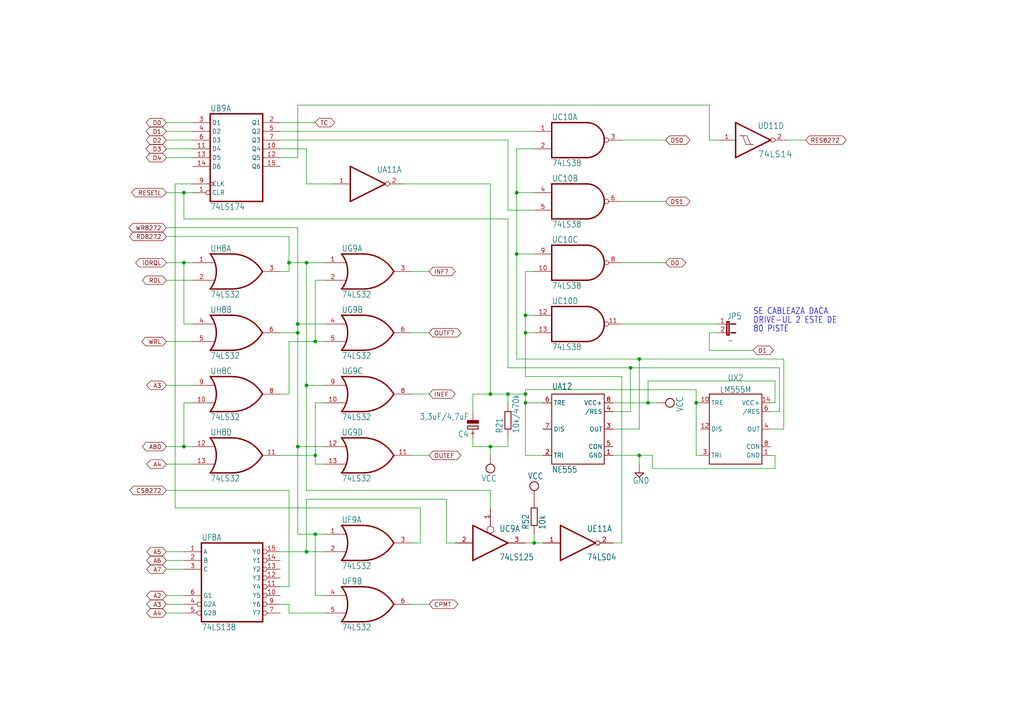
<source format=kicad_sch>
(kicad_sch (version 20230121) (generator eeschema)
  (paper "A4")
  (lib_symbols
    (symbol "HC2000:7403N"
      (property "Reference" "IC" (at -0.635 -0.635 0))
      (symbol "7403N_1_0"
        (polyline (pts (xy -7.62 -5.08) (xy 2.54 -5.08)) (stroke (width 0.4064)))
        (polyline (pts (xy -7.62 5.08) (xy -7.62 -5.08)) (stroke (width 0.4064)))
        (polyline (pts (xy 2.54 5.08) (xy -7.62 5.08)) (stroke (width 0.4064)))
        (arc (start 2.54 -5.08) (mid 7.6199 0) (end 2.54 5.08) (stroke (width 0.4064)))
        (pin input line (at -12.7 2.54 0) (length 5.08) (name "I0") (number "1"))
        (pin input line (at -12.7 -2.54 0) (length 5.08) (name "I1") (number "2"))
        (pin open_collector inverted (at 12.7 0 180) (length 5.08) (name "O") (number "3"))
      )
      (symbol "7403N_2_0"
        (polyline (pts (xy -7.62 -5.08) (xy 2.54 -5.08)) (stroke (width 0.4064)))
        (polyline (pts (xy -7.62 5.08) (xy -7.62 -5.08)) (stroke (width 0.4064)))
        (polyline (pts (xy 2.54 5.08) (xy -7.62 5.08)) (stroke (width 0.4064)))
        (arc (start 2.54 -5.08) (mid 7.6199 0) (end 2.54 5.08) (stroke (width 0.4064)))
        (pin input line (at -12.7 2.54 0) (length 5.08) (name "I0") (number "4"))
        (pin input line (at -12.7 -2.54 0) (length 5.08) (name "I1") (number "5"))
        (pin open_collector inverted (at 12.7 0 180) (length 5.08) (name "O") (number "6"))
      )
      (symbol "7403N_3_0"
        (polyline (pts (xy -7.62 -5.08) (xy 2.54 -5.08)) (stroke (width 0.4064)))
        (polyline (pts (xy -7.62 5.08) (xy -7.62 -5.08)) (stroke (width 0.4064)))
        (polyline (pts (xy 2.54 5.08) (xy -7.62 5.08)) (stroke (width 0.4064)))
        (arc (start 2.54 -5.08) (mid 7.6199 0) (end 2.54 5.08) (stroke (width 0.4064)))
        (pin input line (at -12.7 -2.54 0) (length 5.08) (name "I1") (number "10"))
        (pin open_collector inverted (at 12.7 0 180) (length 5.08) (name "O") (number "8"))
        (pin input line (at -12.7 2.54 0) (length 5.08) (name "I0") (number "9"))
      )
      (symbol "7403N_4_0"
        (polyline (pts (xy -7.62 -5.08) (xy 2.54 -5.08)) (stroke (width 0.4064)))
        (polyline (pts (xy -7.62 5.08) (xy -7.62 -5.08)) (stroke (width 0.4064)))
        (polyline (pts (xy 2.54 5.08) (xy -7.62 5.08)) (stroke (width 0.4064)))
        (arc (start 2.54 -5.08) (mid 7.6199 0) (end 2.54 5.08) (stroke (width 0.4064)))
        (pin open_collector inverted (at 12.7 0 180) (length 5.08) (name "O") (number "11"))
        (pin input line (at -12.7 2.54 0) (length 5.08) (name "I0") (number "12"))
        (pin input line (at -12.7 -2.54 0) (length 5.08) (name "I1") (number "13"))
      )
      (symbol "7403N_5_0"
        (text "GND" (at 1.905 -7.62 900) (effects (font (size 1.27 1.0795)) (justify left bottom)))
        (text "VCC" (at 1.905 5.08 900) (effects (font (size 1.27 1.0795)) (justify left bottom)))
        (pin power_in line (at 0 10.16 270) (length 7.62) (name "VCC") (number "14"))
        (pin power_in line (at 0 -10.16 90) (length 7.62) (name "GND") (number "7"))
      )
    )
    (symbol "HC2000:7404N"
      (property "Reference" "IC" (at -0.635 -0.635 0))
      (symbol "7404N_1_0"
        (polyline (pts (xy -5.08 -5.08) (xy -5.08 5.08)) (stroke (width 0.4064)))
        (polyline (pts (xy -5.08 5.08) (xy 5.08 0)) (stroke (width 0.4064)))
        (polyline (pts (xy 5.08 0) (xy -5.08 -5.08)) (stroke (width 0.4064)))
        (pin input line (at -10.16 0 0) (length 5.08) (name "I") (number "1"))
        (pin output inverted (at 10.16 0 180) (length 5.08) (name "O") (number "2"))
      )
      (symbol "7404N_2_0"
        (polyline (pts (xy -5.08 -5.08) (xy -5.08 5.08)) (stroke (width 0.4064)))
        (polyline (pts (xy -5.08 5.08) (xy 5.08 0)) (stroke (width 0.4064)))
        (polyline (pts (xy 5.08 0) (xy -5.08 -5.08)) (stroke (width 0.4064)))
        (pin input line (at -10.16 0 0) (length 5.08) (name "I") (number "3"))
        (pin output inverted (at 10.16 0 180) (length 5.08) (name "O") (number "4"))
      )
      (symbol "7404N_3_0"
        (polyline (pts (xy -5.08 -5.08) (xy -5.08 5.08)) (stroke (width 0.4064)))
        (polyline (pts (xy -5.08 5.08) (xy 5.08 0)) (stroke (width 0.4064)))
        (polyline (pts (xy 5.08 0) (xy -5.08 -5.08)) (stroke (width 0.4064)))
        (pin input line (at -10.16 0 0) (length 5.08) (name "I") (number "5"))
        (pin output inverted (at 10.16 0 180) (length 5.08) (name "O") (number "6"))
      )
      (symbol "7404N_4_0"
        (polyline (pts (xy -5.08 -5.08) (xy -5.08 5.08)) (stroke (width 0.4064)))
        (polyline (pts (xy -5.08 5.08) (xy 5.08 0)) (stroke (width 0.4064)))
        (polyline (pts (xy 5.08 0) (xy -5.08 -5.08)) (stroke (width 0.4064)))
        (pin output inverted (at 10.16 0 180) (length 5.08) (name "O") (number "8"))
        (pin input line (at -10.16 0 0) (length 5.08) (name "I") (number "9"))
      )
      (symbol "7404N_5_0"
        (polyline (pts (xy -5.08 -5.08) (xy -5.08 5.08)) (stroke (width 0.4064)))
        (polyline (pts (xy -5.08 5.08) (xy 5.08 0)) (stroke (width 0.4064)))
        (polyline (pts (xy 5.08 0) (xy -5.08 -5.08)) (stroke (width 0.4064)))
        (pin output inverted (at 10.16 0 180) (length 5.08) (name "O") (number "10"))
        (pin input line (at -10.16 0 0) (length 5.08) (name "I") (number "11"))
      )
      (symbol "7404N_6_0"
        (polyline (pts (xy -5.08 -5.08) (xy -5.08 5.08)) (stroke (width 0.4064)))
        (polyline (pts (xy -5.08 5.08) (xy 5.08 0)) (stroke (width 0.4064)))
        (polyline (pts (xy 5.08 0) (xy -5.08 -5.08)) (stroke (width 0.4064)))
        (pin output inverted (at 10.16 0 180) (length 5.08) (name "O") (number "12"))
        (pin input line (at -10.16 0 0) (length 5.08) (name "I") (number "13"))
      )
      (symbol "7404N_7_0"
        (text "GND" (at 1.905 -7.62 900) (effects (font (size 1.27 1.0795)) (justify left bottom)))
        (text "VCC" (at 1.905 5.08 900) (effects (font (size 1.27 1.0795)) (justify left bottom)))
        (pin power_in line (at 0 10.16 270) (length 7.62) (name "VCC") (number "14"))
        (pin power_in line (at 0 -10.16 90) (length 7.62) (name "GND") (number "7"))
      )
    )
    (symbol "HC2000:7406N"
      (property "Reference" "IC" (at -0.635 -0.635 0))
      (symbol "7406N_1_0"
        (polyline (pts (xy -5.08 -5.08) (xy -5.08 5.08)) (stroke (width 0.4064)))
        (polyline (pts (xy -5.08 5.08) (xy 5.08 0)) (stroke (width 0.4064)))
        (polyline (pts (xy 5.08 0) (xy -5.08 -5.08)) (stroke (width 0.4064)))
        (pin input line (at -10.16 0 0) (length 5.08) (name "I") (number "1"))
        (pin open_collector inverted (at 10.16 0 180) (length 5.08) (name "O") (number "2"))
      )
      (symbol "7406N_2_0"
        (polyline (pts (xy -5.08 -5.08) (xy -5.08 5.08)) (stroke (width 0.4064)))
        (polyline (pts (xy -5.08 5.08) (xy 5.08 0)) (stroke (width 0.4064)))
        (polyline (pts (xy 5.08 0) (xy -5.08 -5.08)) (stroke (width 0.4064)))
        (pin input line (at -10.16 0 0) (length 5.08) (name "I") (number "3"))
        (pin open_collector inverted (at 10.16 0 180) (length 5.08) (name "O") (number "4"))
      )
      (symbol "7406N_3_0"
        (polyline (pts (xy -5.08 -5.08) (xy -5.08 5.08)) (stroke (width 0.4064)))
        (polyline (pts (xy -5.08 5.08) (xy 5.08 0)) (stroke (width 0.4064)))
        (polyline (pts (xy 5.08 0) (xy -5.08 -5.08)) (stroke (width 0.4064)))
        (pin input line (at -10.16 0 0) (length 5.08) (name "I") (number "5"))
        (pin open_collector inverted (at 10.16 0 180) (length 5.08) (name "O") (number "6"))
      )
      (symbol "7406N_4_0"
        (polyline (pts (xy -5.08 -5.08) (xy -5.08 5.08)) (stroke (width 0.4064)))
        (polyline (pts (xy -5.08 5.08) (xy 5.08 0)) (stroke (width 0.4064)))
        (polyline (pts (xy 5.08 0) (xy -5.08 -5.08)) (stroke (width 0.4064)))
        (pin open_collector inverted (at 10.16 0 180) (length 5.08) (name "O") (number "8"))
        (pin input line (at -10.16 0 0) (length 5.08) (name "I") (number "9"))
      )
      (symbol "7406N_5_0"
        (polyline (pts (xy -5.08 -5.08) (xy -5.08 5.08)) (stroke (width 0.4064)))
        (polyline (pts (xy -5.08 5.08) (xy 5.08 0)) (stroke (width 0.4064)))
        (polyline (pts (xy 5.08 0) (xy -5.08 -5.08)) (stroke (width 0.4064)))
        (pin open_collector inverted (at 10.16 0 180) (length 5.08) (name "O") (number "10"))
        (pin input line (at -10.16 0 0) (length 5.08) (name "I") (number "11"))
      )
      (symbol "7406N_6_0"
        (polyline (pts (xy -5.08 -5.08) (xy -5.08 5.08)) (stroke (width 0.4064)))
        (polyline (pts (xy -5.08 5.08) (xy 5.08 0)) (stroke (width 0.4064)))
        (polyline (pts (xy 5.08 0) (xy -5.08 -5.08)) (stroke (width 0.4064)))
        (pin open_collector inverted (at 10.16 0 180) (length 5.08) (name "O") (number "12"))
        (pin input line (at -10.16 0 0) (length 5.08) (name "I") (number "13"))
      )
      (symbol "7406N_7_0"
        (text "GND" (at 1.905 -7.62 900) (effects (font (size 1.27 1.0795)) (justify left bottom)))
        (text "VCC" (at 1.905 5.08 900) (effects (font (size 1.27 1.0795)) (justify left bottom)))
        (pin power_in line (at 0 10.16 270) (length 7.62) (name "VCC") (number "14"))
        (pin power_in line (at 0 -10.16 90) (length 7.62) (name "GND") (number "7"))
      )
    )
    (symbol "HC2000:74125N"
      (property "Reference" "IC" (at -0.635 -0.635 0))
      (symbol "74125N_1_0"
        (polyline (pts (xy -5.08 -5.08) (xy -5.08 5.08)) (stroke (width 0.4064)))
        (polyline (pts (xy 0 4.826) (xy 0 5.588)) (stroke (width 0.1524)))
        (polyline (pts (xy 5.08 0) (xy -5.08 -5.08)) (stroke (width 0.4064)))
        (polyline (pts (xy 5.08 0) (xy -5.08 5.08)) (stroke (width 0.4064)))
        (circle (center 0 3.81) (radius 1.016) (stroke (width 0.1524)))
        (pin input line (at 0 10.16 270) (length 5.08) (name "OE") (number "1"))
        (pin input line (at -10.16 0 0) (length 5.08) (name "I") (number "2"))
        (pin tri_state line (at 10.16 0 180) (length 5.08) (name "O") (number "3"))
      )
      (symbol "74125N_2_0"
        (polyline (pts (xy -5.08 -5.08) (xy -5.08 5.08)) (stroke (width 0.4064)))
        (polyline (pts (xy 0 4.826) (xy 0 5.588)) (stroke (width 0.1524)))
        (polyline (pts (xy 5.08 0) (xy -5.08 -5.08)) (stroke (width 0.4064)))
        (polyline (pts (xy 5.08 0) (xy -5.08 5.08)) (stroke (width 0.4064)))
        (circle (center 0 3.81) (radius 1.016) (stroke (width 0.1524)))
        (pin input line (at 0 10.16 270) (length 5.08) (name "OE") (number "4"))
        (pin input line (at -10.16 0 0) (length 5.08) (name "I") (number "5"))
        (pin tri_state line (at 10.16 0 180) (length 5.08) (name "O") (number "6"))
      )
      (symbol "74125N_3_0"
        (polyline (pts (xy -5.08 -5.08) (xy -5.08 5.08)) (stroke (width 0.4064)))
        (polyline (pts (xy 0 4.826) (xy 0 5.588)) (stroke (width 0.1524)))
        (polyline (pts (xy 5.08 0) (xy -5.08 -5.08)) (stroke (width 0.4064)))
        (polyline (pts (xy 5.08 0) (xy -5.08 5.08)) (stroke (width 0.4064)))
        (circle (center 0 3.81) (radius 1.016) (stroke (width 0.1524)))
        (pin input line (at 0 10.16 270) (length 5.08) (name "OE") (number "10"))
        (pin tri_state line (at 10.16 0 180) (length 5.08) (name "O") (number "8"))
        (pin input line (at -10.16 0 0) (length 5.08) (name "I") (number "9"))
      )
      (symbol "74125N_4_0"
        (polyline (pts (xy -5.08 -5.08) (xy -5.08 5.08)) (stroke (width 0.4064)))
        (polyline (pts (xy 0 4.826) (xy 0 5.588)) (stroke (width 0.1524)))
        (polyline (pts (xy 5.08 0) (xy -5.08 -5.08)) (stroke (width 0.4064)))
        (polyline (pts (xy 5.08 0) (xy -5.08 5.08)) (stroke (width 0.4064)))
        (circle (center 0 3.81) (radius 1.016) (stroke (width 0.1524)))
        (pin tri_state line (at 10.16 0 180) (length 5.08) (name "O") (number "11"))
        (pin input line (at -10.16 0 0) (length 5.08) (name "I") (number "12"))
        (pin input line (at 0 10.16 270) (length 5.08) (name "OE") (number "13"))
      )
      (symbol "74125N_5_0"
        (text "GND" (at 1.905 -7.62 900) (effects (font (size 1.27 1.0795)) (justify left bottom)))
        (text "VCC" (at 1.905 5.08 900) (effects (font (size 1.27 1.0795)) (justify left bottom)))
        (pin power_in line (at 0 10.16 270) (length 7.62) (name "VCC") (number "14"))
        (pin power_in line (at 0 -10.16 90) (length 7.62) (name "GND") (number "7"))
      )
    )
    (symbol "HC2000:74138N"
      (property "Reference" "IC" (at -0.635 -0.635 0))
      (symbol "74138N_1_0"
        (polyline (pts (xy -10.16 -12.7) (xy 7.62 -12.7)) (stroke (width 0.4064)))
        (polyline (pts (xy -10.16 10.16) (xy -10.16 -12.7)) (stroke (width 0.4064)))
        (polyline (pts (xy 7.62 -12.7) (xy 7.62 10.16)) (stroke (width 0.4064)))
        (polyline (pts (xy 7.62 10.16) (xy -10.16 10.16)) (stroke (width 0.4064)))
        (pin input line (at -15.24 7.62 0) (length 5.08) (name "A") (number "1"))
        (pin output inverted (at 12.7 -5.08 180) (length 5.08) (name "Y5") (number "10"))
        (pin output inverted (at 12.7 -2.54 180) (length 5.08) (name "Y4") (number "11"))
        (pin output inverted (at 12.7 0 180) (length 5.08) (name "Y3") (number "12"))
        (pin output inverted (at 12.7 2.54 180) (length 5.08) (name "Y2") (number "13"))
        (pin output inverted (at 12.7 5.08 180) (length 5.08) (name "Y1") (number "14"))
        (pin output inverted (at 12.7 7.62 180) (length 5.08) (name "Y0") (number "15"))
        (pin input line (at -15.24 5.08 0) (length 5.08) (name "B") (number "2"))
        (pin input line (at -15.24 2.54 0) (length 5.08) (name "C") (number "3"))
        (pin input inverted (at -15.24 -7.62 0) (length 5.08) (name "G2A") (number "4"))
        (pin input inverted (at -15.24 -10.16 0) (length 5.08) (name "G2B") (number "5"))
        (pin input line (at -15.24 -5.08 0) (length 5.08) (name "G1") (number "6"))
        (pin output inverted (at 12.7 -10.16 180) (length 5.08) (name "Y7") (number "7"))
        (pin output inverted (at 12.7 -7.62 180) (length 5.08) (name "Y6") (number "9"))
      )
      (symbol "74138N_2_0"
        (text "GND" (at 1.905 -7.62 900) (effects (font (size 1.27 1.0795)) (justify left bottom)))
        (text "VCC" (at 1.905 5.08 900) (effects (font (size 1.27 1.0795)) (justify left bottom)))
        (pin power_in line (at 0 10.16 270) (length 7.62) (name "VCC") (number "16"))
        (pin power_in line (at 0 -10.16 90) (length 7.62) (name "GND") (number "8"))
      )
    )
    (symbol "HC2000:7414N"
      (property "Reference" "IC" (at -0.635 -0.635 0))
      (symbol "7414N_1_0"
        (polyline (pts (xy -5.08 -5.08) (xy -5.08 5.08)) (stroke (width 0.4064)))
        (polyline (pts (xy -5.08 5.08) (xy 5.08 0)) (stroke (width 0.4064)))
        (polyline (pts (xy -3.937 1.27) (xy -3.048 1.27)) (stroke (width 0.1524)))
        (polyline (pts (xy -3.048 1.27) (xy -1.778 1.27)) (stroke (width 0.1524)))
        (polyline (pts (xy -2.032 -1.27) (xy -3.048 1.27)) (stroke (width 0.1524)))
        (polyline (pts (xy -2.032 -1.27) (xy -0.762 -1.27)) (stroke (width 0.1524)))
        (polyline (pts (xy -0.762 -1.27) (xy -1.778 1.27)) (stroke (width 0.1524)))
        (polyline (pts (xy -0.762 -1.27) (xy 0.127 -1.27)) (stroke (width 0.1524)))
        (polyline (pts (xy 5.08 0) (xy -5.08 -5.08)) (stroke (width 0.4064)))
        (pin output inverted (at 10.16 0 180) (length 5.08) (name "O") (number "12"))
        (pin input line (at -10.16 0 0) (length 5.08) (name "I") (number "13"))
      )
      (symbol "7414N_2_0"
        (polyline (pts (xy -5.08 -5.08) (xy -5.08 5.08)) (stroke (width 0.4064)))
        (polyline (pts (xy -5.08 5.08) (xy 5.08 0)) (stroke (width 0.4064)))
        (polyline (pts (xy -3.937 1.27) (xy -3.048 1.27)) (stroke (width 0.1524)))
        (polyline (pts (xy -3.048 1.27) (xy -1.778 1.27)) (stroke (width 0.1524)))
        (polyline (pts (xy -2.032 -1.27) (xy -3.048 1.27)) (stroke (width 0.1524)))
        (polyline (pts (xy -2.032 -1.27) (xy -0.762 -1.27)) (stroke (width 0.1524)))
        (polyline (pts (xy -0.762 -1.27) (xy -1.778 1.27)) (stroke (width 0.1524)))
        (polyline (pts (xy -0.762 -1.27) (xy 0.127 -1.27)) (stroke (width 0.1524)))
        (polyline (pts (xy 5.08 0) (xy -5.08 -5.08)) (stroke (width 0.4064)))
        (pin output inverted (at 10.16 0 180) (length 5.08) (name "O") (number "10"))
        (pin input line (at -10.16 0 0) (length 5.08) (name "I") (number "11"))
      )
      (symbol "7414N_3_0"
        (polyline (pts (xy -5.08 -5.08) (xy -5.08 5.08)) (stroke (width 0.4064)))
        (polyline (pts (xy -5.08 5.08) (xy 5.08 0)) (stroke (width 0.4064)))
        (polyline (pts (xy -3.937 1.27) (xy -3.048 1.27)) (stroke (width 0.1524)))
        (polyline (pts (xy -3.048 1.27) (xy -1.778 1.27)) (stroke (width 0.1524)))
        (polyline (pts (xy -2.032 -1.27) (xy -3.048 1.27)) (stroke (width 0.1524)))
        (polyline (pts (xy -2.032 -1.27) (xy -0.762 -1.27)) (stroke (width 0.1524)))
        (polyline (pts (xy -0.762 -1.27) (xy -1.778 1.27)) (stroke (width 0.1524)))
        (polyline (pts (xy -0.762 -1.27) (xy 0.127 -1.27)) (stroke (width 0.1524)))
        (polyline (pts (xy 5.08 0) (xy -5.08 -5.08)) (stroke (width 0.4064)))
        (pin output inverted (at 10.16 0 180) (length 5.08) (name "O") (number "8"))
        (pin input line (at -10.16 0 0) (length 5.08) (name "I") (number "9"))
      )
      (symbol "7414N_4_0"
        (polyline (pts (xy -5.08 -5.08) (xy -5.08 5.08)) (stroke (width 0.4064)))
        (polyline (pts (xy -5.08 5.08) (xy 5.08 0)) (stroke (width 0.4064)))
        (polyline (pts (xy -3.937 1.27) (xy -3.048 1.27)) (stroke (width 0.1524)))
        (polyline (pts (xy -3.048 1.27) (xy -1.778 1.27)) (stroke (width 0.1524)))
        (polyline (pts (xy -2.032 -1.27) (xy -3.048 1.27)) (stroke (width 0.1524)))
        (polyline (pts (xy -2.032 -1.27) (xy -0.762 -1.27)) (stroke (width 0.1524)))
        (polyline (pts (xy -0.762 -1.27) (xy -1.778 1.27)) (stroke (width 0.1524)))
        (polyline (pts (xy -0.762 -1.27) (xy 0.127 -1.27)) (stroke (width 0.1524)))
        (polyline (pts (xy 5.08 0) (xy -5.08 -5.08)) (stroke (width 0.4064)))
        (pin input line (at -10.16 0 0) (length 5.08) (name "I") (number "1"))
        (pin output inverted (at 10.16 0 180) (length 5.08) (name "O") (number "2"))
      )
      (symbol "7414N_5_0"
        (polyline (pts (xy -5.08 -5.08) (xy -5.08 5.08)) (stroke (width 0.4064)))
        (polyline (pts (xy -5.08 5.08) (xy 5.08 0)) (stroke (width 0.4064)))
        (polyline (pts (xy -3.937 1.27) (xy -3.048 1.27)) (stroke (width 0.1524)))
        (polyline (pts (xy -3.048 1.27) (xy -1.778 1.27)) (stroke (width 0.1524)))
        (polyline (pts (xy -2.032 -1.27) (xy -3.048 1.27)) (stroke (width 0.1524)))
        (polyline (pts (xy -2.032 -1.27) (xy -0.762 -1.27)) (stroke (width 0.1524)))
        (polyline (pts (xy -0.762 -1.27) (xy -1.778 1.27)) (stroke (width 0.1524)))
        (polyline (pts (xy -0.762 -1.27) (xy 0.127 -1.27)) (stroke (width 0.1524)))
        (polyline (pts (xy 5.08 0) (xy -5.08 -5.08)) (stroke (width 0.4064)))
        (pin input line (at -10.16 0 0) (length 5.08) (name "I") (number "3"))
        (pin output inverted (at 10.16 0 180) (length 5.08) (name "O") (number "4"))
      )
      (symbol "7414N_6_0"
        (polyline (pts (xy -5.08 -5.08) (xy -5.08 5.08)) (stroke (width 0.4064)))
        (polyline (pts (xy -5.08 5.08) (xy 5.08 0)) (stroke (width 0.4064)))
        (polyline (pts (xy -3.937 1.27) (xy -3.048 1.27)) (stroke (width 0.1524)))
        (polyline (pts (xy -3.048 1.27) (xy -1.778 1.27)) (stroke (width 0.1524)))
        (polyline (pts (xy -2.032 -1.27) (xy -3.048 1.27)) (stroke (width 0.1524)))
        (polyline (pts (xy -2.032 -1.27) (xy -0.762 -1.27)) (stroke (width 0.1524)))
        (polyline (pts (xy -0.762 -1.27) (xy -1.778 1.27)) (stroke (width 0.1524)))
        (polyline (pts (xy -0.762 -1.27) (xy 0.127 -1.27)) (stroke (width 0.1524)))
        (polyline (pts (xy 5.08 0) (xy -5.08 -5.08)) (stroke (width 0.4064)))
        (pin input line (at -10.16 0 0) (length 5.08) (name "I") (number "5"))
        (pin output inverted (at 10.16 0 180) (length 5.08) (name "O") (number "6"))
      )
      (symbol "7414N_7_0"
        (text "GND" (at 1.905 -7.62 900) (effects (font (size 1.27 1.0795)) (justify left bottom)))
        (text "VCC" (at 1.905 5.08 900) (effects (font (size 1.27 1.0795)) (justify left bottom)))
        (pin power_in line (at 0 10.16 270) (length 7.62) (name "VCC") (number "14"))
        (pin power_in line (at 0 -10.16 90) (length 7.62) (name "GND") (number "7"))
      )
    )
    (symbol "HC2000:74174N"
      (property "Reference" "IC" (at -0.635 -0.635 0))
      (symbol "74174N_1_0"
        (polyline (pts (xy -7.62 -12.7) (xy 7.62 -12.7)) (stroke (width 0.4064)))
        (polyline (pts (xy -7.62 12.7) (xy -7.62 -12.7)) (stroke (width 0.4064)))
        (polyline (pts (xy 7.62 -12.7) (xy 7.62 12.7)) (stroke (width 0.4064)))
        (polyline (pts (xy 7.62 12.7) (xy -7.62 12.7)) (stroke (width 0.4064)))
        (pin input inverted (at -12.7 -10.16 0) (length 5.08) (name "CLR") (number "1"))
        (pin output line (at 12.7 2.54 180) (length 5.08) (name "Q4") (number "10"))
        (pin input line (at -12.7 2.54 0) (length 5.08) (name "D4") (number "11"))
        (pin output line (at 12.7 0 180) (length 5.08) (name "Q5") (number "12"))
        (pin input line (at -12.7 0 0) (length 5.08) (name "D5") (number "13"))
        (pin input line (at -12.7 -2.54 0) (length 5.08) (name "D6") (number "14"))
        (pin output line (at 12.7 -2.54 180) (length 5.08) (name "Q6") (number "15"))
        (pin output line (at 12.7 10.16 180) (length 5.08) (name "Q1") (number "2"))
        (pin input line (at -12.7 10.16 0) (length 5.08) (name "D1") (number "3"))
        (pin input line (at -12.7 7.62 0) (length 5.08) (name "D2") (number "4"))
        (pin output line (at 12.7 7.62 180) (length 5.08) (name "Q2") (number "5"))
        (pin input line (at -12.7 5.08 0) (length 5.08) (name "D3") (number "6"))
        (pin output line (at 12.7 5.08 180) (length 5.08) (name "Q3") (number "7"))
        (pin input clock (at -12.7 -7.62 0) (length 5.08) (name "CLK") (number "9"))
      )
      (symbol "74174N_2_0"
        (text "GND" (at 1.905 -7.62 900) (effects (font (size 1.27 1.0795)) (justify left bottom)))
        (text "VCC" (at 1.905 5.08 900) (effects (font (size 1.27 1.0795)) (justify left bottom)))
        (pin power_in line (at 0 10.16 270) (length 7.62) (name "VCC") (number "16"))
        (pin power_in line (at 0 -10.16 90) (length 7.62) (name "GND") (number "8"))
      )
    )
    (symbol "HC2000:7432N"
      (property "Reference" "IC" (at -0.635 -0.635 0))
      (symbol "7432N_1_0"
        (arc (start -7.62 -5.08) (mid -5.838 0) (end -7.62 5.08) (stroke (width 0.4064)))
        (arc (start -1.2446 -5.0678) (mid 3.8372 -3.689) (end 7.5439 0.0507) (stroke (width 0.4064)))
        (polyline (pts (xy -7.62 -2.54) (xy -6.35 -2.54)) (stroke (width 0.1524)))
        (polyline (pts (xy -7.62 2.54) (xy -6.35 2.54)) (stroke (width 0.1524)))
        (polyline (pts (xy -1.27 -5.08) (xy -7.62 -5.08)) (stroke (width 0.4064)))
        (polyline (pts (xy -1.27 5.08) (xy -7.62 5.08)) (stroke (width 0.4064)))
        (arc (start 7.5442 -0.0505) (mid 3.8373 3.6892) (end -1.2446 5.0678) (stroke (width 0.4064)))
        (pin input line (at -12.7 2.54 0) (length 5.08) (name "I0") (number "1"))
        (pin input line (at -12.7 -2.54 0) (length 5.08) (name "I1") (number "2"))
        (pin output line (at 12.7 0 180) (length 5.08) (name "O") (number "3"))
      )
      (symbol "7432N_2_0"
        (arc (start -7.62 -5.08) (mid -5.838 0) (end -7.62 5.08) (stroke (width 0.4064)))
        (arc (start -1.2446 -5.0678) (mid 3.8372 -3.689) (end 7.5439 0.0507) (stroke (width 0.4064)))
        (polyline (pts (xy -7.62 -2.54) (xy -6.35 -2.54)) (stroke (width 0.1524)))
        (polyline (pts (xy -7.62 2.54) (xy -6.35 2.54)) (stroke (width 0.1524)))
        (polyline (pts (xy -1.27 -5.08) (xy -7.62 -5.08)) (stroke (width 0.4064)))
        (polyline (pts (xy -1.27 5.08) (xy -7.62 5.08)) (stroke (width 0.4064)))
        (arc (start 7.5442 -0.0505) (mid 3.8373 3.6892) (end -1.2446 5.0678) (stroke (width 0.4064)))
        (pin input line (at -12.7 2.54 0) (length 5.08) (name "I0") (number "4"))
        (pin input line (at -12.7 -2.54 0) (length 5.08) (name "I1") (number "5"))
        (pin output line (at 12.7 0 180) (length 5.08) (name "O") (number "6"))
      )
      (symbol "7432N_3_0"
        (arc (start -7.62 -5.08) (mid -5.838 0) (end -7.62 5.08) (stroke (width 0.4064)))
        (arc (start -1.2446 -5.0678) (mid 3.8372 -3.689) (end 7.5439 0.0507) (stroke (width 0.4064)))
        (polyline (pts (xy -7.62 -2.54) (xy -6.35 -2.54)) (stroke (width 0.1524)))
        (polyline (pts (xy -7.62 2.54) (xy -6.35 2.54)) (stroke (width 0.1524)))
        (polyline (pts (xy -1.27 -5.08) (xy -7.62 -5.08)) (stroke (width 0.4064)))
        (polyline (pts (xy -1.27 5.08) (xy -7.62 5.08)) (stroke (width 0.4064)))
        (arc (start 7.5442 -0.0505) (mid 3.8373 3.6892) (end -1.2446 5.0678) (stroke (width 0.4064)))
        (pin input line (at -12.7 -2.54 0) (length 5.08) (name "I1") (number "10"))
        (pin output line (at 12.7 0 180) (length 5.08) (name "O") (number "8"))
        (pin input line (at -12.7 2.54 0) (length 5.08) (name "I0") (number "9"))
      )
      (symbol "7432N_4_0"
        (arc (start -7.62 -5.08) (mid -5.838 0) (end -7.62 5.08) (stroke (width 0.4064)))
        (arc (start -1.2446 -5.0678) (mid 3.8372 -3.689) (end 7.5439 0.0507) (stroke (width 0.4064)))
        (polyline (pts (xy -7.62 -2.54) (xy -6.35 -2.54)) (stroke (width 0.1524)))
        (polyline (pts (xy -7.62 2.54) (xy -6.35 2.54)) (stroke (width 0.1524)))
        (polyline (pts (xy -1.27 -5.08) (xy -7.62 -5.08)) (stroke (width 0.4064)))
        (polyline (pts (xy -1.27 5.08) (xy -7.62 5.08)) (stroke (width 0.4064)))
        (arc (start 7.5442 -0.0505) (mid 3.8373 3.6892) (end -1.2446 5.0678) (stroke (width 0.4064)))
        (pin output line (at 12.7 0 180) (length 5.08) (name "O") (number "11"))
        (pin input line (at -12.7 2.54 0) (length 5.08) (name "I0") (number "12"))
        (pin input line (at -12.7 -2.54 0) (length 5.08) (name "I1") (number "13"))
      )
      (symbol "7432N_5_0"
        (text "GND" (at 1.905 -7.62 900) (effects (font (size 1.27 1.0795)) (justify left bottom)))
        (text "VCC" (at 1.905 5.08 900) (effects (font (size 1.27 1.0795)) (justify left bottom)))
        (pin power_in line (at 0 10.16 270) (length 7.62) (name "VCC") (number "14"))
        (pin power_in line (at 0 -10.16 90) (length 7.62) (name "GND") (number "7"))
      )
    )
    (symbol "HC2000:CPOL-EU140CLH-0810"
      (property "Reference" "C" (at 1.143 0.4826 0))
      (property "Value" "CPOL-EU140CLH-0810" (at 1.143 -4.5974 0))
      (symbol "CPOL-EU140CLH-0810_1_0"
        (rectangle (start -1.651 -2.54) (end 1.651 -1.651) (fill (type outline)))
        (polyline (pts (xy -1.524 -0.889) (xy 1.524 -0.889)) (stroke (width 0.254)))
        (polyline (pts (xy -1.524 0) (xy -1.524 -0.889)) (stroke (width 0.254)))
        (polyline (pts (xy -1.524 0) (xy 1.524 0)) (stroke (width 0.254)))
        (polyline (pts (xy 1.524 -0.889) (xy 1.524 0)) (stroke (width 0.254)))
        (text "+" (at -0.5842 0.4064 900) (effects (font (size 1.27 1.0795)) (justify left bottom)))
        (pin passive line (at 0 2.54 270) (length 2.54) (name "+") (number "+"))
        (pin passive line (at 0 -5.08 90) (length 2.54) (name "-") (number "-"))
      )
    )
    (symbol "HC2000:GND" (power)
      (property "Value" "GND" (at -1.905 -3.175 0))
      (symbol "GND_1_0"
        (polyline (pts (xy -1.27 0) (xy 1.27 0)) (stroke (width 0.254)))
        (polyline (pts (xy 0 -1.27) (xy -1.27 0)) (stroke (width 0.254)))
        (polyline (pts (xy 1.27 0) (xy 0 -1.27)) (stroke (width 0.254)))
        (pin power_in line (at 0 2.54 270) (length 2.54) (name "GND") (number "1"))
      )
    )
    (symbol "HC2000:JP1E"
      (property "Reference" "JP" (at -1.27 0 90))
      (property "Value" "JP1E" (at 5.715 0 90))
      (symbol "JP1E_1_0"
        (polyline (pts (xy -0.635 0) (xy 3.175 0)) (stroke (width 0.4064)))
        (polyline (pts (xy -0.635 0.635) (xy -0.635 0)) (stroke (width 0.4064)))
        (polyline (pts (xy 0 0) (xy 0 1.27)) (stroke (width 0.1524)))
        (polyline (pts (xy 0 2.54) (xy 0 1.27)) (stroke (width 0.4064)))
        (polyline (pts (xy 2.54 0) (xy 2.54 1.27)) (stroke (width 0.1524)))
        (polyline (pts (xy 2.54 2.54) (xy 2.54 1.27)) (stroke (width 0.4064)))
        (polyline (pts (xy 3.175 0) (xy 3.175 0.635)) (stroke (width 0.4064)))
        (polyline (pts (xy 3.175 0.635) (xy -0.635 0.635)) (stroke (width 0.4064)))
        (pin passive line (at 0 -2.54 90) (length 2.54) (name "1") (number "1"))
        (pin passive line (at 2.54 -2.54 90) (length 2.54) (name "2") (number "2"))
      )
    )
    (symbol "HC2000:LM555M"
      (property "Reference" "IC" (at -7.62 11.43 0))
      (property "Value" "LM555M" (at -7.62 -12.7 0))
      (symbol "LM555M_1_0"
        (polyline (pts (xy -7.62 -10.16) (xy 7.62 -10.16)) (stroke (width 0.254)))
        (polyline (pts (xy -7.62 10.16) (xy -7.62 -10.16)) (stroke (width 0.254)))
        (polyline (pts (xy 7.62 -10.16) (xy 7.62 10.16)) (stroke (width 0.254)))
        (polyline (pts (xy 7.62 10.16) (xy -7.62 10.16)) (stroke (width 0.254)))
        (pin power_in line (at 10.16 -7.62 180) (length 2.54) (name "GND") (number "1"))
        (pin input line (at -10.16 7.62 0) (length 2.54) (name "TRE") (number "10"))
        (pin input line (at -10.16 0 0) (length 2.54) (name "DIS") (number "12"))
        (pin power_in line (at 10.16 7.62 180) (length 2.54) (name "VCC+") (number "14"))
        (pin input line (at -10.16 -7.62 0) (length 2.54) (name "TRI") (number "3"))
        (pin output line (at 10.16 0 180) (length 2.54) (name "OUT") (number "4"))
        (pin input line (at 10.16 5.08 180) (length 2.54) (name "/RES") (number "6"))
        (pin input line (at 10.16 -5.08 180) (length 2.54) (name "CON") (number "8"))
      )
    )
    (symbol "HC2000:NE555"
      (property "Reference" "IC" (at -7.62 11.43 0))
      (property "Value" "NE555" (at -7.62 -12.7 0))
      (symbol "NE555_1_0"
        (polyline (pts (xy -7.62 -10.16) (xy 7.62 -10.16)) (stroke (width 0.254)))
        (polyline (pts (xy -7.62 10.16) (xy -7.62 -10.16)) (stroke (width 0.254)))
        (polyline (pts (xy 7.62 -10.16) (xy 7.62 10.16)) (stroke (width 0.254)))
        (polyline (pts (xy 7.62 10.16) (xy -7.62 10.16)) (stroke (width 0.254)))
        (pin power_in line (at 10.16 -7.62 180) (length 2.54) (name "GND") (number "1"))
        (pin input line (at -10.16 -7.62 0) (length 2.54) (name "TRI") (number "2"))
        (pin output line (at 10.16 0 180) (length 2.54) (name "OUT") (number "3"))
        (pin input line (at 10.16 5.08 180) (length 2.54) (name "/RES") (number "4"))
        (pin input line (at 10.16 -5.08 180) (length 2.54) (name "CON") (number "5"))
        (pin input line (at -10.16 7.62 0) (length 2.54) (name "TRE") (number "6"))
        (pin input line (at -10.16 0 0) (length 2.54) (name "DIS") (number "7"))
        (pin power_in line (at 10.16 7.62 180) (length 2.54) (name "VCC+") (number "8"))
      )
    )
    (symbol "HC2000:R-EU_0204{slash}7"
      (property "Reference" "R" (at -3.81 1.4986 0))
      (property "Value" "R-EU_0204{slash}7" (at -3.81 -3.302 0))
      (symbol "R-EU_0204{slash}7_1_0"
        (polyline (pts (xy -2.54 -0.889) (xy -2.54 0.889)) (stroke (width 0.254)))
        (polyline (pts (xy -2.54 -0.889) (xy 2.54 -0.889)) (stroke (width 0.254)))
        (polyline (pts (xy 2.54 -0.889) (xy 2.54 0.889)) (stroke (width 0.254)))
        (polyline (pts (xy 2.54 0.889) (xy -2.54 0.889)) (stroke (width 0.254)))
        (pin passive line (at -5.08 0 0) (length 2.54) (name "1") (number "1"))
        (pin passive line (at 5.08 0 180) (length 2.54) (name "2") (number "2"))
      )
    )
    (symbol "HC2000:VCC" (power)
      (property "Value" "VCC" (at -1.905 3.175 0))
      (symbol "VCC_1_0"
        (circle (center 0 1.27) (radius 1.27) (stroke (width 0.254)))
        (pin power_in line (at 0 -2.54 90) (length 2.54) (name "VCC") (number "1"))
      )
    )
  )
  (junction (at 152.4 114.3))
  (junction (at 86.36 93.98))
  (junction (at 91.44 154.94))
  (junction (at 83.82 76.2))
  (junction (at 152.4 96.52))
  (junction (at 154.94 157.48))
  (junction (at 152.4 91.44))
  (junction (at 152.4 116.84))
  (junction (at 86.36 96.52))
  (junction (at 142.24 114.3))
  (junction (at 91.44 132.08))
  (junction (at 185.42 104.14))
  (junction (at 182.88 106.68))
  (junction (at 149.86 55.88))
  (junction (at 53.34 55.88))
  (junction (at 187.96 116.84))
  (junction (at 88.9 160.02))
  (junction (at 201.93 116.84))
  (junction (at 86.36 129.54))
  (junction (at 53.34 129.54))
  (junction (at 147.32 114.3))
  (junction (at 91.44 99.06))
  (junction (at 88.9 111.76))
  (junction (at 185.42 132.08))
  (junction (at 88.9 76.2))
  (junction (at 142.24 129.54))
  (junction (at 53.34 76.2))
  (junction (at 149.86 73.66))
  (wire (pts (xy 86.36 93.98) (xy 86.36 96.52)))
  (wire (pts (xy 53.34 55.88) (xy 53.34 63.5)))
  (wire (pts (xy 93.98 172.72) (xy 91.44 172.72)))
  (wire (pts (xy 53.34 93.98) (xy 55.88 93.98)))
  (wire (pts (xy 137.16 127) (xy 137.16 129.54)))
  (wire (pts (xy 91.44 134.62) (xy 93.98 134.62)))
  (wire (pts (xy 86.36 45.72) (xy 86.36 30.48)))
  (wire (pts (xy 224.79 116.84) (xy 224.79 110.49)))
  (wire (pts (xy 205.74 96.52) (xy 208.28 96.52)))
  (wire (pts (xy 147.32 60.96) (xy 154.94 60.96)))
  (wire (pts (xy 88.9 76.2) (xy 88.9 111.76)))
  (wire (pts (xy 129.54 144.78) (xy 88.9 144.78)))
  (wire (pts (xy 88.9 111.76) (xy 93.98 111.76)))
  (wire (pts (xy 119.38 157.48) (xy 121.92 157.48)))
  (wire (pts (xy 185.42 132.08) (xy 185.42 134.62)))
  (wire (pts (xy 137.16 114.3) (xy 142.24 114.3)))
  (wire (pts (xy 91.44 116.84) (xy 91.44 132.08)))
  (wire (pts (xy 180.34 157.48) (xy 180.34 109.22)))
  (wire (pts (xy 224.79 135.89) (xy 189.23 135.89)))
  (wire (pts (xy 124.46 78.74) (xy 119.38 78.74)))
  (wire (pts (xy 124.46 114.3) (xy 119.38 114.3)))
  (wire (pts (xy 121.92 157.48) (xy 121.92 147.32)))
  (wire (pts (xy 48.26 55.88) (xy 53.34 55.88)))
  (wire (pts (xy 193.04 76.2) (xy 180.34 76.2)))
  (wire (pts (xy 152.4 132.08) (xy 157.48 132.08)))
  (wire (pts (xy 48.26 162.56) (xy 53.34 162.56)))
  (wire (pts (xy 152.4 114.3) (xy 147.32 114.3)))
  (wire (pts (xy 201.93 113.03) (xy 152.4 113.03)))
  (wire (pts (xy 142.24 53.34) (xy 116.84 53.34)))
  (wire (pts (xy 187.96 116.84) (xy 177.8 116.84)))
  (wire (pts (xy 124.46 132.08) (xy 119.38 132.08)))
  (wire (pts (xy 182.88 119.38) (xy 177.8 119.38)))
  (wire (pts (xy 53.34 63.5) (xy 147.32 63.5)))
  (wire (pts (xy 193.04 40.64) (xy 180.34 40.64)))
  (wire (pts (xy 48.26 111.76) (xy 55.88 111.76)))
  (wire (pts (xy 53.34 55.88) (xy 55.88 55.88)))
  (wire (pts (xy 154.94 78.74) (xy 152.4 78.74)))
  (wire (pts (xy 147.32 129.54) (xy 147.32 127)))
  (wire (pts (xy 88.9 142.24) (xy 88.9 111.76)))
  (wire (pts (xy 96.52 53.34) (xy 88.9 53.34)))
  (wire (pts (xy 223.52 119.38) (xy 226.06 119.38)))
  (wire (pts (xy 147.32 106.68) (xy 182.88 106.68)))
  (wire (pts (xy 201.93 116.84) (xy 201.93 132.08)))
  (wire (pts (xy 154.94 154.94) (xy 154.94 157.48)))
  (wire (pts (xy 157.48 116.84) (xy 152.4 116.84)))
  (wire (pts (xy 233.68 40.64) (xy 228.6 40.64)))
  (wire (pts (xy 91.44 35.56) (xy 81.28 35.56)))
  (wire (pts (xy 205.74 101.6) (xy 205.74 96.52)))
  (wire (pts (xy 154.94 43.18) (xy 149.86 43.18)))
  (wire (pts (xy 149.86 104.14) (xy 185.42 104.14)))
  (wire (pts (xy 189.23 132.08) (xy 185.42 132.08)))
  (wire (pts (xy 149.86 55.88) (xy 154.94 55.88)))
  (wire (pts (xy 81.28 40.64) (xy 147.32 40.64)))
  (wire (pts (xy 48.26 40.64) (xy 55.88 40.64)))
  (wire (pts (xy 48.26 76.2) (xy 53.34 76.2)))
  (wire (pts (xy 149.86 55.88) (xy 149.86 73.66)))
  (wire (pts (xy 205.74 40.64) (xy 208.28 40.64)))
  (wire (pts (xy 48.26 66.04) (xy 86.36 66.04)))
  (wire (pts (xy 121.92 147.32) (xy 50.8 147.32)))
  (wire (pts (xy 53.34 76.2) (xy 53.34 93.98)))
  (wire (pts (xy 86.36 96.52) (xy 81.28 96.52)))
  (wire (pts (xy 152.4 116.84) (xy 152.4 114.3)))
  (wire (pts (xy 91.44 81.28) (xy 91.44 99.06)))
  (wire (pts (xy 81.28 38.1) (xy 154.94 38.1)))
  (wire (pts (xy 91.44 99.06) (xy 93.98 99.06)))
  (wire (pts (xy 48.26 81.28) (xy 55.88 81.28)))
  (wire (pts (xy 93.98 116.84) (xy 91.44 116.84)))
  (wire (pts (xy 93.98 81.28) (xy 91.44 81.28)))
  (wire (pts (xy 137.16 129.54) (xy 142.24 129.54)))
  (wire (pts (xy 137.16 119.38) (xy 137.16 114.3)))
  (wire (pts (xy 129.54 157.48) (xy 129.54 144.78)))
  (wire (pts (xy 53.34 129.54) (xy 55.88 129.54)))
  (wire (pts (xy 88.9 43.18) (xy 81.28 43.18)))
  (wire (pts (xy 205.74 30.48) (xy 205.74 40.64)))
  (wire (pts (xy 142.24 142.24) (xy 88.9 142.24)))
  (wire (pts (xy 83.82 99.06) (xy 91.44 99.06)))
  (wire (pts (xy 142.24 147.32) (xy 142.24 142.24)))
  (wire (pts (xy 124.46 175.26) (xy 119.38 175.26)))
  (wire (pts (xy 48.26 68.58) (xy 83.82 68.58)))
  (wire (pts (xy 147.32 63.5) (xy 147.32 106.68)))
  (wire (pts (xy 227.33 124.46) (xy 227.33 104.14)))
  (wire (pts (xy 226.06 106.68) (xy 182.88 106.68)))
  (wire (pts (xy 154.94 96.52) (xy 152.4 96.52)))
  (wire (pts (xy 86.36 30.48) (xy 205.74 30.48)))
  (wire (pts (xy 86.36 66.04) (xy 86.36 93.98)))
  (wire (pts (xy 149.86 73.66) (xy 149.86 104.14)))
  (wire (pts (xy 147.32 116.84) (xy 147.32 114.3)))
  (wire (pts (xy 132.08 157.48) (xy 129.54 157.48)))
  (wire (pts (xy 152.4 96.52) (xy 152.4 91.44)))
  (wire (pts (xy 142.24 114.3) (xy 147.32 114.3)))
  (wire (pts (xy 88.9 160.02) (xy 81.28 160.02)))
  (wire (pts (xy 81.28 132.08) (xy 91.44 132.08)))
  (wire (pts (xy 226.06 119.38) (xy 226.06 106.68)))
  (wire (pts (xy 48.26 142.24) (xy 83.82 142.24)))
  (wire (pts (xy 48.26 129.54) (xy 53.34 129.54)))
  (wire (pts (xy 152.4 91.44) (xy 154.94 91.44)))
  (wire (pts (xy 48.26 45.72) (xy 55.88 45.72)))
  (wire (pts (xy 152.4 116.84) (xy 152.4 132.08)))
  (wire (pts (xy 83.82 78.74) (xy 81.28 78.74)))
  (wire (pts (xy 48.26 35.56) (xy 55.88 35.56)))
  (wire (pts (xy 83.82 114.3) (xy 83.82 99.06)))
  (wire (pts (xy 50.8 147.32) (xy 50.8 53.34)))
  (wire (pts (xy 208.28 93.98) (xy 180.34 93.98)))
  (wire (pts (xy 48.26 43.18) (xy 55.88 43.18)))
  (wire (pts (xy 177.8 157.48) (xy 180.34 157.48)))
  (wire (pts (xy 180.34 109.22) (xy 152.4 109.22)))
  (wire (pts (xy 81.28 114.3) (xy 83.82 114.3)))
  (wire (pts (xy 124.46 96.52) (xy 119.38 96.52)))
  (wire (pts (xy 83.82 76.2) (xy 83.82 78.74)))
  (wire (pts (xy 223.52 132.08) (xy 224.79 132.08)))
  (wire (pts (xy 193.04 58.42) (xy 180.34 58.42)))
  (wire (pts (xy 48.26 134.62) (xy 55.88 134.62)))
  (wire (pts (xy 93.98 129.54) (xy 86.36 129.54)))
  (wire (pts (xy 88.9 53.34) (xy 88.9 43.18)))
  (wire (pts (xy 142.24 132.08) (xy 142.24 129.54)))
  (wire (pts (xy 152.4 113.03) (xy 152.4 114.3)))
  (wire (pts (xy 149.86 43.18) (xy 149.86 55.88)))
  (wire (pts (xy 55.88 76.2) (xy 53.34 76.2)))
  (wire (pts (xy 48.26 177.8) (xy 53.34 177.8)))
  (wire (pts (xy 182.88 106.68) (xy 182.88 119.38)))
  (wire (pts (xy 152.4 109.22) (xy 152.4 96.52)))
  (wire (pts (xy 48.26 160.02) (xy 53.34 160.02)))
  (wire (pts (xy 201.93 116.84) (xy 203.2 116.84)))
  (wire (pts (xy 86.36 93.98) (xy 93.98 93.98)))
  (wire (pts (xy 189.23 135.89) (xy 189.23 132.08)))
  (wire (pts (xy 86.36 129.54) (xy 86.36 96.52)))
  (wire (pts (xy 218.44 101.6) (xy 205.74 101.6)))
  (wire (pts (xy 81.28 45.72) (xy 86.36 45.72)))
  (wire (pts (xy 93.98 160.02) (xy 88.9 160.02)))
  (wire (pts (xy 223.52 124.46) (xy 227.33 124.46)))
  (wire (pts (xy 91.44 154.94) (xy 93.98 154.94)))
  (wire (pts (xy 227.33 104.14) (xy 185.42 104.14)))
  (wire (pts (xy 224.79 110.49) (xy 187.96 110.49)))
  (wire (pts (xy 157.48 157.48) (xy 154.94 157.48)))
  (wire (pts (xy 83.82 170.18) (xy 81.28 170.18)))
  (wire (pts (xy 83.82 76.2) (xy 88.9 76.2)))
  (wire (pts (xy 86.36 129.54) (xy 86.36 154.94)))
  (wire (pts (xy 48.26 38.1) (xy 55.88 38.1)))
  (wire (pts (xy 154.94 157.48) (xy 152.4 157.48)))
  (wire (pts (xy 203.2 132.08) (xy 201.93 132.08)))
  (wire (pts (xy 93.98 177.8) (xy 83.82 177.8)))
  (wire (pts (xy 185.42 124.46) (xy 177.8 124.46)))
  (wire (pts (xy 50.8 53.34) (xy 55.88 53.34)))
  (wire (pts (xy 86.36 154.94) (xy 91.44 154.94)))
  (wire (pts (xy 185.42 104.14) (xy 185.42 124.46)))
  (wire (pts (xy 55.88 116.84) (xy 53.34 116.84)))
  (wire (pts (xy 152.4 78.74) (xy 152.4 91.44)))
  (wire (pts (xy 91.44 172.72) (xy 91.44 154.94)))
  (wire (pts (xy 142.24 129.54) (xy 147.32 129.54)))
  (wire (pts (xy 187.96 110.49) (xy 187.96 116.84)))
  (wire (pts (xy 177.8 132.08) (xy 185.42 132.08)))
  (wire (pts (xy 154.94 73.66) (xy 149.86 73.66)))
  (wire (pts (xy 142.24 114.3) (xy 142.24 53.34)))
  (wire (pts (xy 223.52 116.84) (xy 224.79 116.84)))
  (wire (pts (xy 201.93 113.03) (xy 201.93 116.84)))
  (wire (pts (xy 190.5 116.84) (xy 187.96 116.84)))
  (wire (pts (xy 48.26 99.06) (xy 55.88 99.06)))
  (wire (pts (xy 83.82 142.24) (xy 83.82 170.18)))
  (wire (pts (xy 53.34 116.84) (xy 53.34 129.54)))
  (wire (pts (xy 48.26 175.26) (xy 53.34 175.26)))
  (wire (pts (xy 88.9 144.78) (xy 88.9 160.02)))
  (wire (pts (xy 91.44 132.08) (xy 91.44 134.62)))
  (wire (pts (xy 93.98 76.2) (xy 88.9 76.2)))
  (wire (pts (xy 48.26 165.1) (xy 53.34 165.1)))
  (wire (pts (xy 147.32 40.64) (xy 147.32 60.96)))
  (wire (pts (xy 83.82 175.26) (xy 81.28 175.26)))
  (wire (pts (xy 224.79 132.08) (xy 224.79 135.89)))
  (wire (pts (xy 83.82 68.58) (xy 83.82 76.2)))
  (wire (pts (xy 83.82 177.8) (xy 83.82 175.26)))
  (wire (pts (xy 48.26 172.72) (xy 53.34 172.72)))
  (text "80 PISTE" (at 218.44 96.52 0) (effects (font (size 1.778 1.5113)) (justify left bottom)))
  (text "SE CABLEAZA DACA" (at 218.44 91.44 0) (effects (font (size 1.778 1.5113)) (justify left bottom)))
  (text "DRIVE-UL 2 ESTE DE" (at 218.44 93.98 0) (effects (font (size 1.778 1.5113)) (justify left bottom)))
  (global_label "OUTF7" (shape bidirectional) (at 124.46 96.52 0) (effects (font (size 1.2446 1.2446))) (property "Intersheetrefs" "${INTERSHEET_REFS}" (effects hide)))
  (global_label "AB0" (shape bidirectional) (at 48.26 129.54 180) (effects (font (size 1.2446 1.2446))) (property "Intersheetrefs" "${INTERSHEET_REFS}" (effects hide)))
  (global_label "DS1" (shape bidirectional) (at 193.04 58.42 0) (effects (font (size 1.2446 1.2446))) (property "Intersheetrefs" "${INTERSHEET_REFS}" (effects hide)))
  (global_label "IORQL" (shape bidirectional) (at 48.26 76.2 180) (effects (font (size 1.2446 1.2446))) (property "Intersheetrefs" "${INTERSHEET_REFS}" (effects hide)))
  (global_label "RESETL" (shape bidirectional) (at 48.26 55.88 180) (effects (font (size 1.2446 1.2446))) (property "Intersheetrefs" "${INTERSHEET_REFS}" (effects hide)))
  (global_label "DS0" (shape bidirectional) (at 193.04 40.64 0) (effects (font (size 1.2446 1.2446))) (property "Intersheetrefs" "${INTERSHEET_REFS}" (effects hide)))
  (global_label "WRL" (shape bidirectional) (at 48.26 99.06 180) (effects (font (size 1.2446 1.2446))) (property "Intersheetrefs" "${INTERSHEET_REFS}" (effects hide)))
  (global_label "A4" (shape bidirectional) (at 48.26 177.8 180) (effects (font (size 1.2446 1.2446))) (property "Intersheetrefs" "${INTERSHEET_REFS}" (effects hide)))
  (global_label "RES8272" (shape bidirectional) (at 233.68 40.64 0) (effects (font (size 1.2446 1.2446))) (property "Intersheetrefs" "${INTERSHEET_REFS}" (effects hide)))
  (global_label "D0" (shape bidirectional) (at 193.04 76.2 0) (effects (font (size 1.2446 1.2446))) (property "Intersheetrefs" "${INTERSHEET_REFS}" (effects hide)))
  (global_label "D3" (shape bidirectional) (at 48.26 43.18 180) (effects (font (size 1.2446 1.2446))) (property "Intersheetrefs" "${INTERSHEET_REFS}" (effects hide)))
  (global_label "INEF" (shape bidirectional) (at 124.46 114.3 0) (effects (font (size 1.2446 1.2446))) (property "Intersheetrefs" "${INTERSHEET_REFS}" (effects hide)))
  (global_label "WR8272" (shape bidirectional) (at 48.26 66.04 180) (effects (font (size 1.2446 1.2446))) (property "Intersheetrefs" "${INTERSHEET_REFS}" (effects hide)))
  (global_label "A2" (shape bidirectional) (at 48.26 172.72 180) (effects (font (size 1.2446 1.2446))) (property "Intersheetrefs" "${INTERSHEET_REFS}" (effects hide)))
  (global_label "RDL" (shape bidirectional) (at 48.26 81.28 180) (effects (font (size 1.2446 1.2446))) (property "Intersheetrefs" "${INTERSHEET_REFS}" (effects hide)))
  (global_label "D4" (shape bidirectional) (at 48.26 45.72 180) (effects (font (size 1.2446 1.2446))) (property "Intersheetrefs" "${INTERSHEET_REFS}" (effects hide)))
  (global_label "INF7" (shape bidirectional) (at 124.46 78.74 0) (effects (font (size 1.2446 1.2446))) (property "Intersheetrefs" "${INTERSHEET_REFS}" (effects hide)))
  (global_label "A3" (shape bidirectional) (at 48.26 111.76 180) (effects (font (size 1.2446 1.2446))) (property "Intersheetrefs" "${INTERSHEET_REFS}" (effects hide)))
  (global_label "A5" (shape bidirectional) (at 48.26 160.02 180) (effects (font (size 1.2446 1.2446))) (property "Intersheetrefs" "${INTERSHEET_REFS}" (effects hide)))
  (global_label "A7" (shape bidirectional) (at 48.26 165.1 180) (effects (font (size 1.2446 1.2446))) (property "Intersheetrefs" "${INTERSHEET_REFS}" (effects hide)))
  (global_label "A6" (shape bidirectional) (at 48.26 162.56 180) (effects (font (size 1.2446 1.2446))) (property "Intersheetrefs" "${INTERSHEET_REFS}" (effects hide)))
  (global_label "RD8272" (shape bidirectional) (at 48.26 68.58 180) (effects (font (size 1.2446 1.2446))) (property "Intersheetrefs" "${INTERSHEET_REFS}" (effects hide)))
  (global_label "OUTEF" (shape bidirectional) (at 124.46 132.08 0) (effects (font (size 1.2446 1.2446))) (property "Intersheetrefs" "${INTERSHEET_REFS}" (effects hide)))
  (global_label "CPMT" (shape bidirectional) (at 124.46 175.26 0) (effects (font (size 1.2446 1.2446))) (property "Intersheetrefs" "${INTERSHEET_REFS}" (effects hide)))
  (global_label "CS8272" (shape bidirectional) (at 48.26 142.24 180) (effects (font (size 1.2446 1.2446))) (property "Intersheetrefs" "${INTERSHEET_REFS}" (effects hide)))
  (global_label "TC" (shape bidirectional) (at 91.44 35.56 0) (effects (font (size 1.2446 1.2446))) (property "Intersheetrefs" "${INTERSHEET_REFS}" (effects hide)))
  (global_label "A3" (shape bidirectional) (at 48.26 175.26 180) (effects (font (size 1.2446 1.2446))) (property "Intersheetrefs" "${INTERSHEET_REFS}" (effects hide)))
  (global_label "D1" (shape bidirectional) (at 48.26 38.1 180) (effects (font (size 1.2446 1.2446))) (property "Intersheetrefs" "${INTERSHEET_REFS}" (effects hide)))
  (global_label "D2" (shape bidirectional) (at 48.26 40.64 180) (effects (font (size 1.2446 1.2446))) (property "Intersheetrefs" "${INTERSHEET_REFS}" (effects hide)))
  (global_label "A4" (shape bidirectional) (at 48.26 134.62 180) (effects (font (size 1.2446 1.2446))) (property "Intersheetrefs" "${INTERSHEET_REFS}" (effects hide)))
  (global_label "D1" (shape bidirectional) (at 218.44 101.6 0) (effects (font (size 1.2446 1.2446))) (property "Intersheetrefs" "${INTERSHEET_REFS}" (effects hide)))
  (global_label "D0" (shape bidirectional) (at 48.26 35.56 180) (effects (font (size 1.2446 1.2446))) (property "Intersheetrefs" "${INTERSHEET_REFS}" (effects hide)))
  (symbol (lib_id "HC2000:VCC") (at 154.94 142.24 0) (unit 1)
    (property "Reference" "#SUPPLY073" (effects hide))
    (property "Value" "VCC" (at 153.035 139.065 0) (effects (font (size 1.778 1.5113)) (justify left bottom)))
    (property "Footprint" "HC2000:" (effects hide))
  )
  (symbol (lib_id "HC2000:7403N") (at 167.64 76.2 0) (unit 3)
    (property "Reference" "UC10" (at 160.02 70.485 0) (effects (font (size 1.778 1.5113)) (justify left bottom)))
    (property "Value" "74LS38" (at 160.02 83.82 0) (effects (font (size 1.778 1.5113)) (justify left bottom)))
    (property "Footprint" "HC2000:DIL14" (effects hide))
  )
  (symbol (lib_id "HC2000:R-EU_0204{slash}7") (at 147.32 121.92 90) (unit 1)
    (property "Reference" "R21" (at 145.8214 125.73 0) (effects (font (size 1.778 1.5113)) (justify left bottom)))
    (property "Value" "10k/470k" (at 150.622 125.73 0) (effects (font (size 1.778 1.5113)) (justify left bottom)))
    (property "Footprint" "HC2000:0204_7" (effects hide))
  )
  (symbol (lib_id "HC2000:7432N") (at 106.68 175.26 0) (unit 2)
    (property "Reference" "UF9" (at 99.06 169.545 0) (effects (font (size 1.778 1.5113)) (justify left bottom)))
    (property "Value" "74LS32" (at 99.06 182.88 0) (effects (font (size 1.778 1.5113)) (justify left bottom)))
    (property "Footprint" "HC2000:DIL14" (effects hide))
  )
  (symbol (lib_id "HC2000:CPOL-EU140CLH-0810") (at 137.16 124.46 180) (unit 1)
    (property "Reference" "C4" (at 136.017 124.9426 0) (effects (font (size 1.778 1.5113)) (justify left bottom)))
    (property "Value" "3,3uF/4,7uF" (at 136.017 119.8626 0) (effects (font (size 1.778 1.5113)) (justify left bottom)))
    (property "Footprint" "HC2000:C025-024X044" (effects hide))
  )
  (symbol (lib_id "HC2000:NE555") (at 167.64 124.46 0) (unit 1)
    (property "Reference" "UA12" (at 160.02 113.03 0) (effects (font (size 1.778 1.5113)) (justify left bottom)))
    (property "Value" "NE555" (at 160.02 137.16 0) (effects (font (size 1.778 1.5113)) (justify left bottom)))
    (property "Footprint" "HC2000:DIL-08" (effects hide))
  )
  (symbol (lib_id "HC2000:7432N") (at 106.68 96.52 0) (unit 2)
    (property "Reference" "UG9" (at 99.06 90.805 0) (effects (font (size 1.778 1.5113)) (justify left bottom)))
    (property "Value" "74LS32" (at 99.06 104.14 0) (effects (font (size 1.778 1.5113)) (justify left bottom)))
    (property "Footprint" "HC2000:DIL14" (effects hide))
  )
  (symbol (lib_id "HC2000:VCC") (at 142.24 134.62 180) (unit 1)
    (property "Reference" "#SUPPLY072" (effects hide))
    (property "Value" "VCC" (at 144.145 137.795 0) (effects (font (size 1.778 1.5113)) (justify left bottom)))
    (property "Footprint" "HC2000:" (effects hide))
  )
  (symbol (lib_id "HC2000:JP1E") (at 210.82 93.98 270) (unit 1)
    (property "Reference" "JP5" (at 210.82 92.71 90) (effects (font (size 1.778 1.5113)) (justify left bottom)))
    (property "Value" "-" (at 210.82 99.695 90) (effects (font (size 1.778 1.5113)) (justify left bottom)))
    (property "Footprint" "HC2000:JP1" (effects hide))
  )
  (symbol (lib_id "HC2000:7432N") (at 106.68 132.08 0) (unit 4)
    (property "Reference" "UG9" (at 99.06 126.365 0) (effects (font (size 1.778 1.5113)) (justify left bottom)))
    (property "Value" "74LS32" (at 99.06 139.7 0) (effects (font (size 1.778 1.5113)) (justify left bottom)))
    (property "Footprint" "HC2000:DIL14" (effects hide))
  )
  (symbol (lib_id "HC2000:LM555M") (at 213.36 124.46 0) (unit 1)
    (property "Reference" "UX2" (at 213.36 109.6336 0) (effects (font (size 1.778 1.5113))))
    (property "Value" "LM555M" (at 213.36 113.0336 0) (effects (font (size 1.778 1.5113))))
    (property "Footprint" "HC2000:DIL14" (effects hide))
  )
  (symbol (lib_id "HC2000:GND") (at 185.42 137.16 0) (unit 1)
    (property "Reference" "#SUPPLY0112" (effects hide))
    (property "Value" "GND" (at 183.515 140.335 0) (effects (font (size 1.778 1.5113)) (justify left bottom)))
    (property "Footprint" "HC2000:" (effects hide))
  )
  (symbol (lib_id "HC2000:7432N") (at 106.68 114.3 0) (unit 3)
    (property "Reference" "UG9" (at 99.06 108.585 0) (effects (font (size 1.778 1.5113)) (justify left bottom)))
    (property "Value" "74LS32" (at 99.06 121.92 0) (effects (font (size 1.778 1.5113)) (justify left bottom)))
    (property "Footprint" "HC2000:DIL14" (effects hide))
  )
  (symbol (lib_id "HC2000:VCC") (at 193.04 116.84 270) (unit 1)
    (property "Reference" "#SUPPLY0111" (effects hide))
    (property "Value" "VCC" (at 196.215 114.935 0) (effects (font (size 1.778 1.5113)) (justify left bottom)))
    (property "Footprint" "HC2000:" (effects hide))
  )
  (symbol (lib_id "HC2000:7432N") (at 68.58 114.3 0) (unit 3)
    (property "Reference" "UH8" (at 60.96 108.585 0) (effects (font (size 1.778 1.5113)) (justify left bottom)))
    (property "Value" "74LS32" (at 60.96 121.92 0) (effects (font (size 1.778 1.5113)) (justify left bottom)))
    (property "Footprint" "HC2000:DIL14" (effects hide))
  )
  (symbol (lib_id "HC2000:7403N") (at 167.64 93.98 0) (unit 4)
    (property "Reference" "UC10" (at 160.02 88.265 0) (effects (font (size 1.778 1.5113)) (justify left bottom)))
    (property "Value" "74LS38" (at 160.02 101.6 0) (effects (font (size 1.778 1.5113)) (justify left bottom)))
    (property "Footprint" "HC2000:DIL14" (effects hide))
  )
  (symbol (lib_id "HC2000:R-EU_0204{slash}7") (at 154.94 149.86 90) (unit 1)
    (property "Reference" "R52" (at 153.4414 153.67 0) (effects (font (size 1.778 1.5113)) (justify left bottom)))
    (property "Value" "10k" (at 158.242 153.67 0) (effects (font (size 1.778 1.5113)) (justify left bottom)))
    (property "Footprint" "HC2000:0204_7" (effects hide))
  )
  (symbol (lib_id "HC2000:7432N") (at 68.58 78.74 0) (unit 1)
    (property "Reference" "UH8" (at 60.96 73.025 0) (effects (font (size 1.778 1.5113)) (justify left bottom)))
    (property "Value" "74LS32" (at 60.96 86.36 0) (effects (font (size 1.778 1.5113)) (justify left bottom)))
    (property "Footprint" "HC2000:DIL14" (effects hide))
  )
  (symbol (lib_id "HC2000:7403N") (at 167.64 40.64 0) (unit 1)
    (property "Reference" "UC10" (at 160.02 34.925 0) (effects (font (size 1.778 1.5113)) (justify left bottom)))
    (property "Value" "74LS38" (at 160.02 48.26 0) (effects (font (size 1.778 1.5113)) (justify left bottom)))
    (property "Footprint" "HC2000:DIL14" (effects hide))
  )
  (symbol (lib_id "HC2000:7403N") (at 167.64 58.42 0) (unit 2)
    (property "Reference" "UC10" (at 160.02 52.705 0) (effects (font (size 1.778 1.5113)) (justify left bottom)))
    (property "Value" "74LS38" (at 160.02 66.04 0) (effects (font (size 1.778 1.5113)) (justify left bottom)))
    (property "Footprint" "HC2000:DIL14" (effects hide))
  )
  (symbol (lib_id "HC2000:7414N") (at 218.44 40.64 0) (unit 4)
    (property "Reference" "UD11" (at 219.71 37.465 0) (effects (font (size 1.778 1.5113)) (justify left bottom)))
    (property "Value" "74LS14" (at 219.71 45.72 0) (effects (font (size 1.778 1.778)) (justify left bottom)))
    (property "Footprint" "HC2000:DIL14" (effects hide))
  )
  (symbol (lib_id "HC2000:7432N") (at 106.68 157.48 0) (unit 1)
    (property "Reference" "UF9" (at 99.06 151.765 0) (effects (font (size 1.778 1.5113)) (justify left bottom)))
    (property "Value" "74LS32" (at 99.06 165.1 0) (effects (font (size 1.778 1.5113)) (justify left bottom)))
    (property "Footprint" "HC2000:DIL14" (effects hide))
  )
  (symbol (lib_id "HC2000:74125N") (at 142.24 157.48 0) (unit 1)
    (property "Reference" "UC9" (at 144.78 154.305 0) (effects (font (size 1.778 1.5113)) (justify left bottom)))
    (property "Value" "74LS125" (at 144.78 162.56 0) (effects (font (size 1.778 1.5113)) (justify left bottom)))
    (property "Footprint" "HC2000:DIL14" (effects hide))
  )
  (symbol (lib_id "HC2000:7404N") (at 167.64 157.48 0) (unit 1)
    (property "Reference" "UE11" (at 170.18 154.305 0) (effects (font (size 1.778 1.5113)) (justify left bottom)))
    (property "Value" "74LS04" (at 170.18 162.56 0) (effects (font (size 1.778 1.5113)) (justify left bottom)))
    (property "Footprint" "HC2000:DIL14" (effects hide))
  )
  (symbol (lib_id "HC2000:74138N") (at 68.58 167.64 0) (unit 1)
    (property "Reference" "UF8" (at 58.42 156.845 0) (effects (font (size 1.778 1.5113)) (justify left bottom)))
    (property "Value" "74LS138" (at 58.42 182.88 0) (effects (font (size 1.778 1.5113)) (justify left bottom)))
    (property "Footprint" "HC2000:DIL16" (effects hide))
  )
  (symbol (lib_id "HC2000:7406N") (at 106.68 53.34 0) (unit 1)
    (property "Reference" "UA11" (at 109.22 50.165 0) (effects (font (size 1.778 1.5113)) (justify left bottom)))
    (property "Value" "74LS06" (effects hide))
    (property "Footprint" "HC2000:DIL14" (effects hide))
  )
  (symbol (lib_id "HC2000:7432N") (at 68.58 132.08 0) (unit 4)
    (property "Reference" "UH8" (at 60.96 126.365 0) (effects (font (size 1.778 1.5113)) (justify left bottom)))
    (property "Value" "74LS32" (at 60.96 139.7 0) (effects (font (size 1.778 1.5113)) (justify left bottom)))
    (property "Footprint" "HC2000:DIL14" (effects hide))
  )
  (symbol (lib_id "HC2000:7432N") (at 68.58 96.52 0) (unit 2)
    (property "Reference" "UH8" (at 60.96 90.805 0) (effects (font (size 1.778 1.5113)) (justify left bottom)))
    (property "Value" "74LS32" (at 60.96 104.14 0) (effects (font (size 1.778 1.5113)) (justify left bottom)))
    (property "Footprint" "HC2000:DIL14" (effects hide))
  )
  (symbol (lib_id "HC2000:74174N") (at 68.58 45.72 0) (unit 1)
    (property "Reference" "UB9" (at 60.96 32.385 0) (effects (font (size 1.778 1.5113)) (justify left bottom)))
    (property "Value" "74LS174" (at 60.96 60.96 0) (effects (font (size 1.778 1.5113)) (justify left bottom)))
    (property "Footprint" "HC2000:DIL16" (effects hide))
  )
  (symbol (lib_id "HC2000:7432N") (at 106.68 78.74 0) (unit 1)
    (property "Reference" "UG9" (at 99.06 73.025 0) (effects (font (size 1.778 1.5113)) (justify left bottom)))
    (property "Value" "74LS32" (at 99.06 86.36 0) (effects (font (size 1.778 1.5113)) (justify left bottom)))
    (property "Footprint" "HC2000:DIL14" (effects hide))
  )
)
</source>
